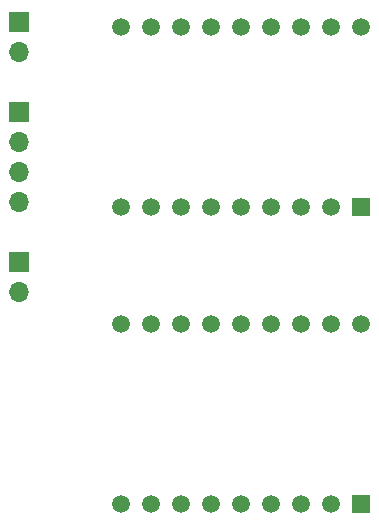
<source format=gbs>
%TF.GenerationSoftware,KiCad,Pcbnew,(6.0.9)*%
%TF.CreationDate,2022-12-10T14:47:00+01:00*%
%TF.ProjectId,Hygrometer_SMD_doubleSided,48796772-6f6d-4657-9465-725f534d445f,rev?*%
%TF.SameCoordinates,Original*%
%TF.FileFunction,Soldermask,Bot*%
%TF.FilePolarity,Negative*%
%FSLAX46Y46*%
G04 Gerber Fmt 4.6, Leading zero omitted, Abs format (unit mm)*
G04 Created by KiCad (PCBNEW (6.0.9)) date 2022-12-10 14:47:00*
%MOMM*%
%LPD*%
G01*
G04 APERTURE LIST*
%ADD10R,1.700000X1.700000*%
%ADD11O,1.700000X1.700000*%
%ADD12R,1.500000X1.500000*%
%ADD13C,1.500000*%
G04 APERTURE END LIST*
D10*
%TO.C,J1*%
X48114000Y-33478000D03*
D11*
X48114000Y-36018000D03*
%TD*%
D10*
%TO.C,SW1*%
X48114000Y-53793000D03*
D11*
X48114000Y-56333000D03*
%TD*%
D10*
%TO.C,J6*%
X48114000Y-41098000D03*
D11*
X48114000Y-43638000D03*
X48114000Y-46178000D03*
X48114000Y-48718000D03*
%TD*%
D12*
%TO.C,U4*%
X77070000Y-74245000D03*
D13*
X74530000Y-74245000D03*
X71990000Y-74245000D03*
X69450000Y-74245000D03*
X66910000Y-74245000D03*
X64370000Y-74245000D03*
X61830000Y-74245000D03*
X59290000Y-74245000D03*
X56750000Y-74245000D03*
X56750000Y-59005000D03*
X59290000Y-59005000D03*
X61830000Y-59005000D03*
X64370000Y-59005000D03*
X66910000Y-59005000D03*
X69450000Y-59005000D03*
X71990000Y-59005000D03*
X74530000Y-59005000D03*
X77070000Y-59005000D03*
%TD*%
D12*
%TO.C,U5*%
X77070000Y-49099000D03*
D13*
X74530000Y-49099000D03*
X71990000Y-49099000D03*
X69450000Y-49099000D03*
X66910000Y-49099000D03*
X64370000Y-49099000D03*
X61830000Y-49099000D03*
X59290000Y-49099000D03*
X56750000Y-49099000D03*
X56750000Y-33859000D03*
X59290000Y-33859000D03*
X61830000Y-33859000D03*
X64370000Y-33859000D03*
X66910000Y-33859000D03*
X69450000Y-33859000D03*
X71990000Y-33859000D03*
X74530000Y-33859000D03*
X77070000Y-33859000D03*
%TD*%
M02*

</source>
